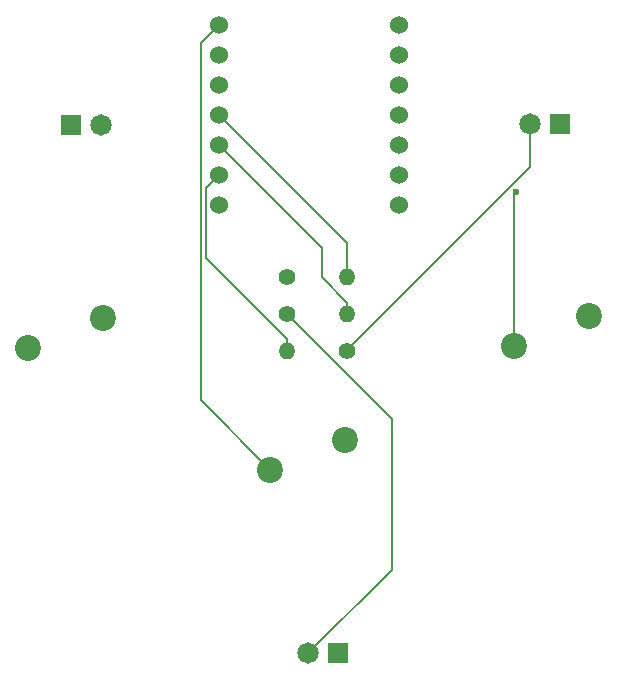
<source format=gbr>
%TF.GenerationSoftware,KiCad,Pcbnew,9.0.3-9.0.3-0~ubuntu24.04.1*%
%TF.CreationDate,2025-07-24T15:31:40-04:00*%
%TF.ProjectId,pathfinder,70617468-6669-46e6-9465-722e6b696361,rev?*%
%TF.SameCoordinates,Original*%
%TF.FileFunction,Copper,L2,Bot*%
%TF.FilePolarity,Positive*%
%FSLAX46Y46*%
G04 Gerber Fmt 4.6, Leading zero omitted, Abs format (unit mm)*
G04 Created by KiCad (PCBNEW 9.0.3-9.0.3-0~ubuntu24.04.1) date 2025-07-24 15:31:40*
%MOMM*%
%LPD*%
G01*
G04 APERTURE LIST*
%TA.AperFunction,ComponentPad*%
%ADD10C,1.815000*%
%TD*%
%TA.AperFunction,ComponentPad*%
%ADD11R,1.815000X1.815000*%
%TD*%
%TA.AperFunction,ComponentPad*%
%ADD12C,1.400000*%
%TD*%
%TA.AperFunction,ComponentPad*%
%ADD13O,1.400000X1.400000*%
%TD*%
%TA.AperFunction,ComponentPad*%
%ADD14C,2.200000*%
%TD*%
%TA.AperFunction,ComponentPad*%
%ADD15C,1.524000*%
%TD*%
%TA.AperFunction,ViaPad*%
%ADD16C,0.600000*%
%TD*%
%TA.AperFunction,Conductor*%
%ADD17C,0.200000*%
%TD*%
G04 APERTURE END LIST*
D10*
%TO.P,D3,A*%
%TO.N,Net-(D3-PadA)*%
X202250000Y-40520000D03*
D11*
%TO.P,D3,C*%
%TO.N,GND*%
X204790000Y-40520000D03*
%TD*%
D10*
%TO.P,D1,A*%
%TO.N,Net-(D1-PadA)*%
X165900000Y-40640000D03*
D11*
%TO.P,D1,C*%
%TO.N,GND*%
X163360000Y-40640000D03*
%TD*%
D12*
%TO.P,R2,1*%
%TO.N,Net-(D2-PadA)*%
X181650000Y-56660000D03*
D13*
%TO.P,R2,2*%
%TO.N,led1*%
X186730000Y-56660000D03*
%TD*%
D10*
%TO.P,D2,A*%
%TO.N,Net-(D2-PadA)*%
X183450000Y-85330000D03*
D11*
%TO.P,D2,C*%
%TO.N,GND*%
X185990000Y-85330000D03*
%TD*%
D14*
%TO.P,  ,1,1*%
%TO.N,GND*%
X166040000Y-56920000D03*
%TO.P,  ,2,2*%
%TO.N,Net-(U1-GPIO27{slash}ADC1{slash}A1)*%
X159690000Y-59460000D03*
%TD*%
%TO.P,  ,1,1*%
%TO.N,GND*%
X186580000Y-67250000D03*
%TO.P,  ,2,2*%
%TO.N,Net-(U1-GPIO26{slash}ADC0{slash}A0)*%
X180230000Y-69790000D03*
%TD*%
D12*
%TO.P,R3,1*%
%TO.N,Net-(D3-PadA)*%
X186750000Y-59760000D03*
D13*
%TO.P,R3,2*%
%TO.N,led2*%
X181670000Y-59760000D03*
%TD*%
D12*
%TO.P,R1,1*%
%TO.N,Net-(D1-PadA)*%
X181650000Y-53510000D03*
D13*
%TO.P,R1,2*%
%TO.N,led0*%
X186730000Y-53510000D03*
%TD*%
D15*
%TO.P,  ,1,GPIO26/ADC0/A0*%
%TO.N,Net-(U1-GPIO26{slash}ADC0{slash}A0)*%
X175880000Y-32148500D03*
%TO.P,  ,2,GPIO27/ADC1/A1*%
%TO.N,Net-(U1-GPIO27{slash}ADC1{slash}A1)*%
X175880000Y-34688500D03*
%TO.P,  ,3,GPIO28/ADC2/A2*%
%TO.N,Net-(U1-GPIO28{slash}ADC2{slash}A2)*%
X175880000Y-37228500D03*
%TO.P,  ,4,GPIO29/ADC3/A3*%
%TO.N,led0*%
X175880000Y-39768500D03*
%TO.P,  ,5,GPIO6/SDA*%
%TO.N,led1*%
X175880000Y-42308500D03*
%TO.P,  ,6,GPIO7/SCL*%
%TO.N,led2*%
X175880000Y-44848500D03*
%TO.P,  ,7,GPIO0/TX*%
%TO.N,unconnected-(U1-GPIO0{slash}TX-Pad7)*%
X175880000Y-47388500D03*
%TO.P,  ,8,GPIO1/RX*%
%TO.N,unconnected-(U1-GPIO1{slash}RX-Pad8)*%
X191120000Y-47388500D03*
%TO.P,  ,9,GPIO2/SCK*%
%TO.N,unconnected-(U1-GPIO2{slash}SCK-Pad9)*%
X191120000Y-44848500D03*
%TO.P,  ,10,GPIO4/MISO*%
%TO.N,unconnected-(U1-GPIO4{slash}MISO-Pad10)*%
X191120000Y-42308500D03*
%TO.P,  ,11,GPIO3/MOSI*%
%TO.N,unconnected-(U1-GPIO3{slash}MOSI-Pad11)*%
X191120000Y-39768500D03*
%TO.P,  ,12,3V3*%
%TO.N,unconnected-(U1-3V3-Pad12)*%
X191120000Y-37228500D03*
%TO.P,  ,13,GND*%
%TO.N,GND*%
X191120000Y-34688500D03*
%TO.P,  ,14,VBUS*%
%TO.N,unconnected-(U1-VBUS-Pad14)*%
X191120000Y-32148500D03*
%TD*%
D14*
%TO.P,  ,1,1*%
%TO.N,GND*%
X207220000Y-56800000D03*
%TO.P,  ,2,2*%
%TO.N,Net-(U1-GPIO28{slash}ADC2{slash}A2)*%
X200870000Y-59340000D03*
%TD*%
D16*
%TO.N,Net-(U1-GPIO28{slash}ADC2{slash}A2)*%
X201035200Y-46257900D03*
%TD*%
D17*
%TO.N,Net-(D2-PadA)*%
X190521700Y-78258300D02*
X190521700Y-65531700D01*
X183450000Y-85330000D02*
X190521700Y-78258300D01*
X190521700Y-65531700D02*
X181650000Y-56660000D01*
%TO.N,Net-(D3-PadA)*%
X202250000Y-44192300D02*
X186750000Y-59692300D01*
X186750000Y-59692300D02*
X186750000Y-59760000D01*
X202250000Y-40520000D02*
X202250000Y-44192300D01*
%TO.N,led0*%
X186730000Y-50618500D02*
X175880000Y-39768500D01*
X186730000Y-53510000D02*
X186730000Y-50618500D01*
%TO.N,led1*%
X186730000Y-56660000D02*
X186730000Y-55658300D01*
X184580200Y-51008700D02*
X184580200Y-53508500D01*
X184580200Y-53508500D02*
X186730000Y-55658300D01*
X175880000Y-42308500D02*
X184580200Y-51008700D01*
%TO.N,led2*%
X175880000Y-44848500D02*
X174771700Y-45956800D01*
X174771700Y-51860000D02*
X181670000Y-58758300D01*
X181670000Y-59760000D02*
X181670000Y-58758300D01*
X174771700Y-45956800D02*
X174771700Y-51860000D01*
%TO.N,Net-(U1-GPIO26{slash}ADC0{slash}A0)*%
X174327600Y-33700900D02*
X175880000Y-32148500D01*
X180230000Y-69790000D02*
X174327600Y-63887600D01*
X174327600Y-63887600D02*
X174327600Y-33700900D01*
%TO.N,Net-(U1-GPIO28{slash}ADC2{slash}A2)*%
X201035200Y-46257900D02*
X200870000Y-46423100D01*
X200870000Y-46423100D02*
X201035200Y-46257900D01*
X200870000Y-46423100D02*
X200870000Y-59340000D01*
X201035200Y-46257900D02*
X200870000Y-46423100D01*
%TD*%
M02*

</source>
